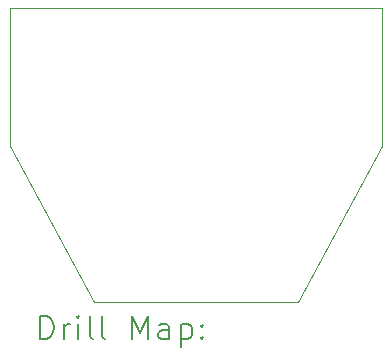
<source format=gbr>
%TF.GenerationSoftware,KiCad,Pcbnew,8.0.2-1*%
%TF.CreationDate,2024-12-21T19:47:06+01:00*%
%TF.ProjectId,ten_to_six,74656e5f-746f-45f7-9369-782e6b696361,rev?*%
%TF.SameCoordinates,Original*%
%TF.FileFunction,Drillmap*%
%TF.FilePolarity,Positive*%
%FSLAX45Y45*%
G04 Gerber Fmt 4.5, Leading zero omitted, Abs format (unit mm)*
G04 Created by KiCad (PCBNEW 8.0.2-1) date 2024-12-21 19:47:06*
%MOMM*%
%LPD*%
G01*
G04 APERTURE LIST*
%ADD10C,0.050000*%
%ADD11C,0.200000*%
G04 APERTURE END LIST*
D10*
X14097000Y-8407400D02*
X14097000Y-7239000D01*
X14097000Y-8407400D02*
X13385800Y-9728200D01*
X13385800Y-9728200D02*
X11658600Y-9728200D01*
X10947400Y-8407400D02*
X10947400Y-7239000D01*
X11658600Y-9728200D02*
X10947400Y-8407400D01*
X10947400Y-7239000D02*
X14097000Y-7239000D01*
D11*
X11205677Y-10042184D02*
X11205677Y-9842184D01*
X11205677Y-9842184D02*
X11253296Y-9842184D01*
X11253296Y-9842184D02*
X11281867Y-9851708D01*
X11281867Y-9851708D02*
X11300915Y-9870755D01*
X11300915Y-9870755D02*
X11310439Y-9889803D01*
X11310439Y-9889803D02*
X11319962Y-9927898D01*
X11319962Y-9927898D02*
X11319962Y-9956470D01*
X11319962Y-9956470D02*
X11310439Y-9994565D01*
X11310439Y-9994565D02*
X11300915Y-10013612D01*
X11300915Y-10013612D02*
X11281867Y-10032660D01*
X11281867Y-10032660D02*
X11253296Y-10042184D01*
X11253296Y-10042184D02*
X11205677Y-10042184D01*
X11405677Y-10042184D02*
X11405677Y-9908850D01*
X11405677Y-9946946D02*
X11415201Y-9927898D01*
X11415201Y-9927898D02*
X11424724Y-9918374D01*
X11424724Y-9918374D02*
X11443772Y-9908850D01*
X11443772Y-9908850D02*
X11462820Y-9908850D01*
X11529486Y-10042184D02*
X11529486Y-9908850D01*
X11529486Y-9842184D02*
X11519962Y-9851708D01*
X11519962Y-9851708D02*
X11529486Y-9861231D01*
X11529486Y-9861231D02*
X11539010Y-9851708D01*
X11539010Y-9851708D02*
X11529486Y-9842184D01*
X11529486Y-9842184D02*
X11529486Y-9861231D01*
X11653296Y-10042184D02*
X11634248Y-10032660D01*
X11634248Y-10032660D02*
X11624724Y-10013612D01*
X11624724Y-10013612D02*
X11624724Y-9842184D01*
X11758058Y-10042184D02*
X11739010Y-10032660D01*
X11739010Y-10032660D02*
X11729486Y-10013612D01*
X11729486Y-10013612D02*
X11729486Y-9842184D01*
X11986629Y-10042184D02*
X11986629Y-9842184D01*
X11986629Y-9842184D02*
X12053296Y-9985041D01*
X12053296Y-9985041D02*
X12119962Y-9842184D01*
X12119962Y-9842184D02*
X12119962Y-10042184D01*
X12300915Y-10042184D02*
X12300915Y-9937422D01*
X12300915Y-9937422D02*
X12291391Y-9918374D01*
X12291391Y-9918374D02*
X12272343Y-9908850D01*
X12272343Y-9908850D02*
X12234248Y-9908850D01*
X12234248Y-9908850D02*
X12215201Y-9918374D01*
X12300915Y-10032660D02*
X12281867Y-10042184D01*
X12281867Y-10042184D02*
X12234248Y-10042184D01*
X12234248Y-10042184D02*
X12215201Y-10032660D01*
X12215201Y-10032660D02*
X12205677Y-10013612D01*
X12205677Y-10013612D02*
X12205677Y-9994565D01*
X12205677Y-9994565D02*
X12215201Y-9975517D01*
X12215201Y-9975517D02*
X12234248Y-9965993D01*
X12234248Y-9965993D02*
X12281867Y-9965993D01*
X12281867Y-9965993D02*
X12300915Y-9956470D01*
X12396153Y-9908850D02*
X12396153Y-10108850D01*
X12396153Y-9918374D02*
X12415201Y-9908850D01*
X12415201Y-9908850D02*
X12453296Y-9908850D01*
X12453296Y-9908850D02*
X12472343Y-9918374D01*
X12472343Y-9918374D02*
X12481867Y-9927898D01*
X12481867Y-9927898D02*
X12491391Y-9946946D01*
X12491391Y-9946946D02*
X12491391Y-10004089D01*
X12491391Y-10004089D02*
X12481867Y-10023136D01*
X12481867Y-10023136D02*
X12472343Y-10032660D01*
X12472343Y-10032660D02*
X12453296Y-10042184D01*
X12453296Y-10042184D02*
X12415201Y-10042184D01*
X12415201Y-10042184D02*
X12396153Y-10032660D01*
X12577105Y-10023136D02*
X12586629Y-10032660D01*
X12586629Y-10032660D02*
X12577105Y-10042184D01*
X12577105Y-10042184D02*
X12567582Y-10032660D01*
X12567582Y-10032660D02*
X12577105Y-10023136D01*
X12577105Y-10023136D02*
X12577105Y-10042184D01*
X12577105Y-9918374D02*
X12586629Y-9927898D01*
X12586629Y-9927898D02*
X12577105Y-9937422D01*
X12577105Y-9937422D02*
X12567582Y-9927898D01*
X12567582Y-9927898D02*
X12577105Y-9918374D01*
X12577105Y-9918374D02*
X12577105Y-9937422D01*
M02*

</source>
